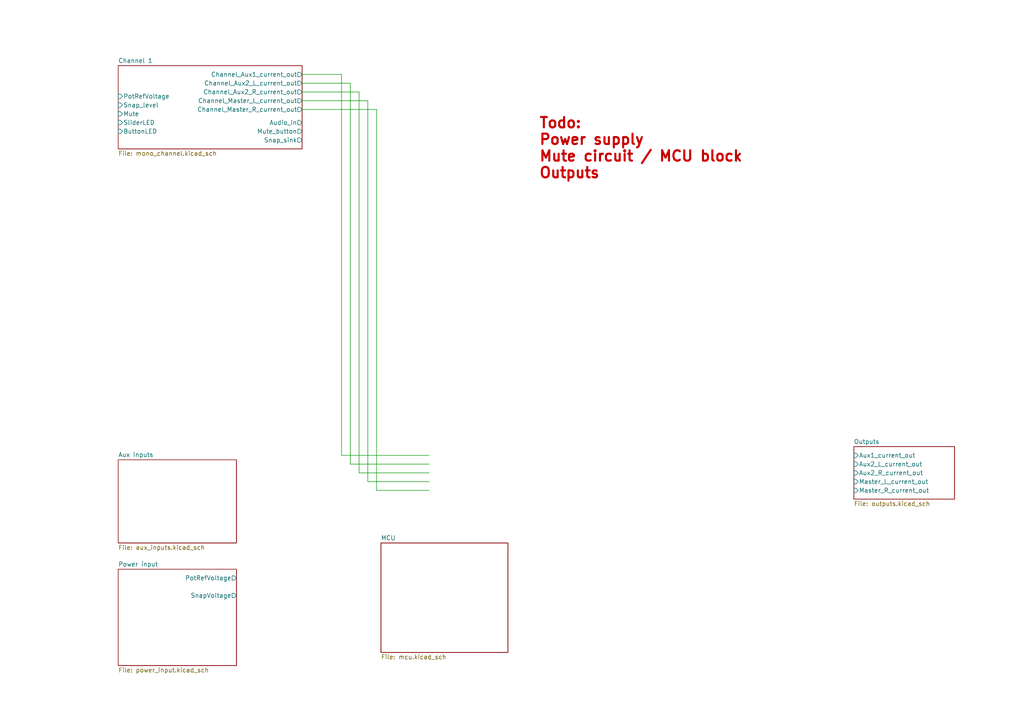
<source format=kicad_sch>
(kicad_sch (version 20230121) (generator eeschema)
  (paper "A4")
  (lib_symbols)
  (wire (pts (xy 109.22 142.24) (xy 124.46 142.24)))
  (wire (pts (xy 87.63 29.21) (xy 106.68 29.21)))
  (wire (pts (xy 87.63 21.59) (xy 99.06 21.59)))
  (wire (pts (xy 104.14 26.67) (xy 104.14 137.16)))
  (wire (pts (xy 87.63 31.75) (xy 109.22 31.75)))
  (wire (pts (xy 99.06 21.59) (xy 99.06 132.08)))
  (wire (pts (xy 101.6 134.62) (xy 124.46 134.62)))
  (wire (pts (xy 104.14 137.16) (xy 124.46 137.16)))
  (wire (pts (xy 109.22 31.75) (xy 109.22 142.24)))
  (wire (pts (xy 106.68 139.7) (xy 124.46 139.7)))
  (wire (pts (xy 99.06 132.08) (xy 124.46 132.08)))
  (wire (pts (xy 101.6 24.13) (xy 101.6 134.62)))
  (wire (pts (xy 87.63 26.67) (xy 104.14 26.67)))
  (wire (pts (xy 87.63 24.13) (xy 101.6 24.13)))
  (wire (pts (xy 106.68 29.21) (xy 106.68 139.7)))
  (text "Todo:\nPower supply\nMute circuit / MCU block\nOutputs" (at 156.21 52.07 0) (effects (font (size 3 3) (thickness 0.6) bold) (justify left bottom)))
  (sheet (at 34.29 165.1) (size 34.29 27.94) (stroke (width 0.1524))
    (property "Sheetname" "Power input" (at 34.29 164.3884 0) (effects (justify left bottom)))
    (property "Sheetfile" "power_input.kicad_sch" (at 34.29 193.6246 0) (effects (justify left top)))
    (pin "PotRefVoltage" output (at 68.58 167.64 0))
    (pin "SnapVoltage" output (at 68.58 172.72 0))
  )
  (sheet (at 247.65 129.54) (size 29.21 15.24) (stroke (width 0.1524))
    (property "Sheetname" "Outputs" (at 247.65 128.8284 0) (effects (justify left bottom)))
    (property "Sheetfile" "outputs.kicad_sch" (at 247.65 145.3646 0) (effects (justify left top)))
    (pin "Master_L_current_out" input (at 247.65 139.7 180))
    (pin "Master_R_current_out" input (at 247.65 142.24 180))
    (pin "Aux1_current_out" input (at 247.65 132.08 180))
    (pin "Aux2_R_current_out" input (at 247.65 137.16 180))
    (pin "Aux2_L_current_out" input (at 247.65 134.62 180))
  )
  (sheet (at 34.29 133.35) (size 34.29 24.13) (stroke (width 0.1524))
    (property "Sheetname" "Aux inputs" (at 34.29 132.6384 0) (effects (justify left bottom)))
    (property "Sheetfile" "aux_inputs.kicad_sch" (at 34.29 158.0646 0) (effects (justify left top)))
  )
  (sheet (at 34.29 19.05) (size 53.34 24.13) (stroke (width 0.1524))
    (property "Sheetname" "Channel 1" (at 34.29 18.3384 0) (effects (justify left bottom)))
    (property "Sheetfile" "mono_channel.kicad_sch" (at 34.29 43.7646 0) (effects (justify left top)))
    (pin "Channel_Master_L_current_out" output (at 87.63 29.21 0))
    (pin "Channel_Aux1_current_out" output (at 87.63 21.59 0))
    (pin "Channel_Master_R_current_out" output (at 87.63 31.75 0))
    (pin "Channel_Aux2_L_current_out" output (at 87.63 24.13 0))
    (pin "Channel_Aux2_R_current_out" output (at 87.63 26.67 0))
    (pin "Snap_level" input (at 34.29 30.48 180))
    (pin "PotRefVoltage" input (at 34.29 27.94 180))
    (pin "Mute" input (at 34.29 33.02 180))
    (pin "SliderLED" input (at 34.29 35.56 180))
    (pin "ButtonLED" input (at 34.29 38.1 180))
    (pin "Mute_button" output (at 87.63 38.1 0))
    (pin "Audio_in" output (at 87.63 35.56 0))
    (pin "Snap_sink" output (at 87.63 40.64 0))
  )
  (sheet (at 110.49 157.48) (size 36.83 31.75) (stroke (width 0.1524))
    (property "Sheetname" "MCU" (at 110.49 156.7684 0) (effects (justify left bottom)))
    (property "Sheetfile" "mcu.kicad_sch" (at 110.49 189.8146 0) (effects (justify left top)))
  )
)
</source>
